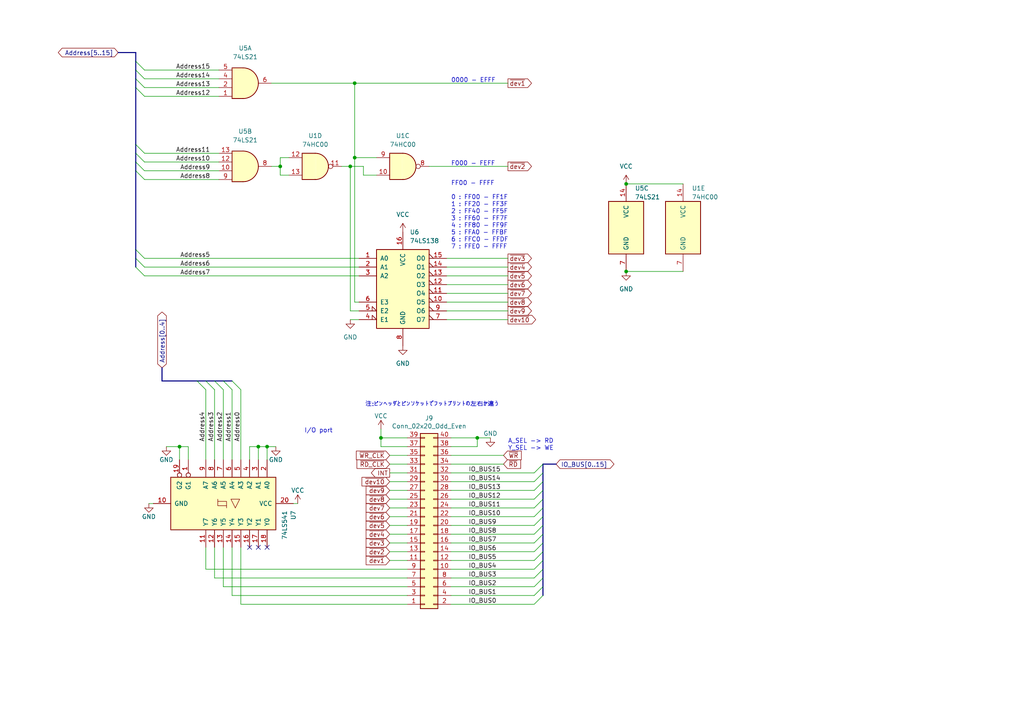
<source format=kicad_sch>
(kicad_sch (version 20211123) (generator eeschema)
  (paper "A4")
  (lib_symbols
    (symbol "74xx:74HC00" (pin_names (offset 1.016))
      (property "Reference" "U" (at 0 1.27 0))
      (property "Value" "74HC00" (at 0 -1.27 0))
      (symbol "74HC00_1_1"
        (arc (start 0 -3.81) (mid 3.81 0) (end 0 3.81) (stroke (width 0.254)) (fill (type background)))
        (polyline (pts (xy 0 3.81) (xy -3.81 3.81) (xy -3.81 -3.81) (xy 0 -3.81)) (stroke (width 0.254)) (fill (type background)))
        (pin input line (at -7.62 2.54 0) (length 3.81) (name "~") (number "1"))
        (pin input line (at -7.62 -2.54 0) (length 3.81) (name "~") (number "2"))
        (pin output inverted (at 7.62 0 180) (length 3.81) (name "~") (number "3"))
      )
      (symbol "74HC00_1_2"
        (arc (start -3.81 -3.81) (mid -2.589 0) (end -3.81 3.81) (stroke (width 0.254)))
        (arc (start -0.6096 -3.81) (mid 2.1842 -2.5851) (end 3.81 0) (stroke (width 0.254)) (fill (type background)))
        (polyline (pts (xy -3.81 -3.81) (xy -0.635 -3.81)) (stroke (width 0.254)) (fill (type background)))
        (polyline (pts (xy -3.81 3.81) (xy -0.635 3.81)) (stroke (width 0.254)) (fill (type background)))
        (polyline (pts (xy -0.635 3.81) (xy -3.81 3.81) (xy -3.81 3.81) (xy -3.556 3.4036) (xy -3.0226 2.2606) (xy -2.6924 1.0414) (xy -2.6162 -0.254) (xy -2.7686 -1.4986) (xy -3.175 -2.7178) (xy -3.81 -3.81) (xy -3.81 -3.81) (xy -0.635 -3.81)) (stroke (width -25.4)) (fill (type background)))
        (arc (start 3.81 0) (mid 2.1915 2.5936) (end -0.6096 3.81) (stroke (width 0.254)) (fill (type background)))
        (pin input inverted (at -7.62 2.54 0) (length 4.318) (name "~") (number "1"))
        (pin input inverted (at -7.62 -2.54 0) (length 4.318) (name "~") (number "2"))
        (pin output line (at 7.62 0 180) (length 3.81) (name "~") (number "3"))
      )
      (symbol "74HC00_2_1"
        (arc (start 0 -3.81) (mid 3.81 0) (end 0 3.81) (stroke (width 0.254)) (fill (type background)))
        (polyline (pts (xy 0 3.81) (xy -3.81 3.81) (xy -3.81 -3.81) (xy 0 -3.81)) (stroke (width 0.254)) (fill (type background)))
        (pin input line (at -7.62 2.54 0) (length 3.81) (name "~") (number "4"))
        (pin input line (at -7.62 -2.54 0) (length 3.81) (name "~") (number "5"))
        (pin output inverted (at 7.62 0 180) (length 3.81) (name "~") (number "6"))
      )
      (symbol "74HC00_2_2"
        (arc (start -3.81 -3.81) (mid -2.589 0) (end -3.81 3.81) (stroke (width 0.254)))
        (arc (start -0.6096 -3.81) (mid 2.1842 -2.5851) (end 3.81 0) (stroke (width 0.254)) (fill (type background)))
        (polyline (pts (xy -3.81 -3.81) (xy -0.635 -3.81)) (stroke (width 0.254)) (fill (type background)))
        (polyline (pts (xy -3.81 3.81) (xy -0.635 3.81)) (stroke (width 0.254)) (fill (type background)))
        (polyline (pts (xy -0.635 3.81) (xy -3.81 3.81) (xy -3.81 3.81) (xy -3.556 3.4036) (xy -3.0226 2.2606) (xy -2.6924 1.0414) (xy -2.6162 -0.254) (xy -2.7686 -1.4986) (xy -3.175 -2.7178) (xy -3.81 -3.81) (xy -3.81 -3.81) (xy -0.635 -3.81)) (stroke (width -25.4)) (fill (type background)))
        (arc (start 3.81 0) (mid 2.1915 2.5936) (end -0.6096 3.81) (stroke (width 0.254)) (fill (type background)))
        (pin input inverted (at -7.62 2.54 0) (length 4.318) (name "~") (number "4"))
        (pin input inverted (at -7.62 -2.54 0) (length 4.318) (name "~") (number "5"))
        (pin output line (at 7.62 0 180) (length 3.81) (name "~") (number "6"))
      )
      (symbol "74HC00_3_1"
        (arc (start 0 -3.81) (mid 3.81 0) (end 0 3.81) (stroke (width 0.254)) (fill (type background)))
        (polyline (pts (xy 0 3.81) (xy -3.81 3.81) (xy -3.81 -3.81) (xy 0 -3.81)) (stroke (width 0.254)) (fill (type background)))
        (pin input line (at -7.62 -2.54 0) (length 3.81) (name "~") (number "10"))
        (pin output inverted (at 7.62 0 180) (length 3.81) (name "~") (number "8"))
        (pin input line (at -7.62 2.54 0) (length 3.81) (name "~") (number "9"))
      )
      (symbol "74HC00_3_2"
        (arc (start -3.81 -3.81) (mid -2.589 0) (end -3.81 3.81) (stroke (width 0.254)))
        (arc (start -0.6096 -3.81) (mid 2.1842 -2.5851) (end 3.81 0) (stroke (width 0.254)) (fill (type background)))
        (polyline (pts (xy -3.81 -3.81) (xy -0.635 -3.81)) (stroke (width 0.254)) (fill (type background)))
        (polyline (pts (xy -3.81 3.81) (xy -0.635 3.81)) (stroke (width 0.254)) (fill (type background)))
        (polyline (pts (xy -0.635 3.81) (xy -3.81 3.81) (xy -3.81 3.81) (xy -3.556 3.4036) (xy -3.0226 2.2606) (xy -2.6924 1.0414) (xy -2.6162 -0.254) (xy -2.7686 -1.4986) (xy -3.175 -2.7178) (xy -3.81 -3.81) (xy -3.81 -3.81) (xy -0.635 -3.81)) (stroke (width -25.4)) (fill (type background)))
        (arc (start 3.81 0) (mid 2.1915 2.5936) (end -0.6096 3.81) (stroke (width 0.254)) (fill (type background)))
        (pin input inverted (at -7.62 -2.54 0) (length 4.318) (name "~") (number "10"))
        (pin output line (at 7.62 0 180) (length 3.81) (name "~") (number "8"))
        (pin input inverted (at -7.62 2.54 0) (length 4.318) (name "~") (number "9"))
      )
      (symbol "74HC00_4_1"
        (arc (start 0 -3.81) (mid 3.81 0) (end 0 3.81) (stroke (width 0.254)) (fill (type background)))
        (polyline (pts (xy 0 3.81) (xy -3.81 3.81) (xy -3.81 -3.81) (xy 0 -3.81)) (stroke (width 0.254)) (fill (type background)))
        (pin output inverted (at 7.62 0 180) (length 3.81) (name "~") (number "11"))
        (pin input line (at -7.62 2.54 0) (length 3.81) (name "~") (number "12"))
        (pin input line (at -7.62 -2.54 0) (length 3.81) (name "~") (number "13"))
      )
      (symbol "74HC00_4_2"
        (arc (start -3.81 -3.81) (mid -2.589 0) (end -3.81 3.81) (stroke (width 0.254)))
        (arc (start -0.6096 -3.81) (mid 2.1842 -2.5851) (end 3.81 0) (stroke (width 0.254)) (fill (type background)))
        (polyline (pts (xy -3.81 -3.81) (xy -0.635 -3.81)) (stroke (width 0.254)) (fill (type background)))
        (polyline (pts (xy -3.81 3.81) (xy -0.635 3.81)) (stroke (width 0.254)) (fill (type background)))
        (polyline (pts (xy -0.635 3.81) (xy -3.81 3.81) (xy -3.81 3.81) (xy -3.556 3.4036) (xy -3.0226 2.2606) (xy -2.6924 1.0414) (xy -2.6162 -0.254) (xy -2.7686 -1.4986) (xy -3.175 -2.7178) (xy -3.81 -3.81) (xy -3.81 -3.81) (xy -0.635 -3.81)) (stroke (width -25.4)) (fill (type background)))
        (arc (start 3.81 0) (mid 2.1915 2.5936) (end -0.6096 3.81) (stroke (width 0.254)) (fill (type background)))
        (pin output line (at 7.62 0 180) (length 3.81) (name "~") (number "11"))
        (pin input inverted (at -7.62 2.54 0) (length 4.318) (name "~") (number "12"))
        (pin input inverted (at -7.62 -2.54 0) (length 4.318) (name "~") (number "13"))
      )
      (symbol "74HC00_5_0"
        (pin power_in line (at 0 12.7 270) (length 5.08) (name "VCC") (number "14"))
        (pin power_in line (at 0 -12.7 90) (length 5.08) (name "GND") (number "7"))
      )
      (symbol "74HC00_5_1"
        (rectangle (start -5.08 7.62) (end 5.08 -7.62) (stroke (width 0.254)) (fill (type background)))
      )
    )
    (symbol "74xx:74LS138" (pin_names (offset 1.016))
      (property "Reference" "U" (at -7.62 11.43 0))
      (property "Value" "74LS138" (at -7.62 -13.97 0))
      (symbol "74LS138_1_0"
        (pin input line (at -12.7 7.62 0) (length 5.08) (name "A0") (number "1"))
        (pin output output_low (at 12.7 -5.08 180) (length 5.08) (name "O5") (number "10"))
        (pin output output_low (at 12.7 -2.54 180) (length 5.08) (name "O4") (number "11"))
        (pin output output_low (at 12.7 0 180) (length 5.08) (name "O3") (number "12"))
        (pin output output_low (at 12.7 2.54 180) (length 5.08) (name "O2") (number "13"))
        (pin output output_low (at 12.7 5.08 180) (length 5.08) (name "O1") (number "14"))
        (pin output output_low (at 12.7 7.62 180) (length 5.08) (name "O0") (number "15"))
        (pin power_in line (at 0 15.24 270) (length 5.08) (name "VCC") (number "16"))
        (pin input line (at -12.7 5.08 0) (length 5.08) (name "A1") (number "2"))
        (pin input line (at -12.7 2.54 0) (length 5.08) (name "A2") (number "3"))
        (pin input input_low (at -12.7 -10.16 0) (length 5.08) (name "E1") (number "4"))
        (pin input input_low (at -12.7 -7.62 0) (length 5.08) (name "E2") (number "5"))
        (pin input line (at -12.7 -5.08 0) (length 5.08) (name "E3") (number "6"))
        (pin output output_low (at 12.7 -10.16 180) (length 5.08) (name "O7") (number "7"))
        (pin power_in line (at 0 -17.78 90) (length 5.08) (name "GND") (number "8"))
        (pin output output_low (at 12.7 -7.62 180) (length 5.08) (name "O6") (number "9"))
      )
      (symbol "74LS138_1_1"
        (rectangle (start -7.62 10.16) (end 7.62 -12.7) (stroke (width 0.254)) (fill (type background)))
      )
    )
    (symbol "74xx:74LS21" (pin_names (offset 1.016))
      (property "Reference" "U" (at 0 1.27 0))
      (property "Value" "74LS21" (at 0 -1.27 0))
      (symbol "74LS21_1_1"
        (arc (start -0.635 -4.445) (mid 3.81 0) (end -0.635 4.445) (stroke (width 0.254)) (fill (type background)))
        (polyline (pts (xy -0.635 4.445) (xy -3.81 4.445) (xy -3.81 -4.445) (xy -0.635 -4.445)) (stroke (width 0.254)) (fill (type background)))
        (pin input line (at -7.62 3.81 0) (length 3.81) (name "~") (number "1"))
        (pin input line (at -7.62 1.27 0) (length 3.81) (name "~") (number "2"))
        (pin input line (at -7.62 -1.27 0) (length 3.81) (name "~") (number "4"))
        (pin input line (at -7.62 -3.81 0) (length 3.81) (name "~") (number "5"))
        (pin output line (at 7.62 0 180) (length 3.81) (name "~") (number "6"))
      )
      (symbol "74LS21_1_2"
        (arc (start -3.81 -4.445) (mid -2.5908 0) (end -3.81 4.445) (stroke (width 0.254)))
        (arc (start -0.6096 -4.445) (mid 2.2246 -2.8422) (end 3.81 0) (stroke (width 0.254)) (fill (type background)))
        (polyline (pts (xy -3.81 -4.445) (xy -0.635 -4.445)) (stroke (width 0.254)) (fill (type background)))
        (polyline (pts (xy -3.81 4.445) (xy -0.635 4.445)) (stroke (width 0.254)) (fill (type background)))
        (polyline (pts (xy -0.635 4.445) (xy -3.81 4.445) (xy -3.81 4.445) (xy -3.6322 4.0894) (xy -3.0988 2.921) (xy -2.7686 1.6764) (xy -2.6162 0.4318) (xy -2.6416 -0.8636) (xy -2.8702 -2.1082) (xy -3.2512 -3.3274) (xy -3.81 -4.445) (xy -3.81 -4.445) (xy -0.635 -4.445)) (stroke (width -25.4)) (fill (type background)))
        (arc (start 3.81 0) (mid 2.2204 2.8379) (end -0.6096 4.445) (stroke (width 0.254)) (fill (type background)))
        (pin input inverted (at -7.62 3.81 0) (length 3.81) (name "~") (number "1"))
        (pin input inverted (at -7.62 1.27 0) (length 4.826) (name "~") (number "2"))
        (pin input inverted (at -7.62 -1.27 0) (length 4.826) (name "~") (number "4"))
        (pin input inverted (at -7.62 -3.81 0) (length 3.81) (name "~") (number "5"))
        (pin output inverted (at 7.62 0 180) (length 3.81) (name "~") (number "6"))
      )
      (symbol "74LS21_2_1"
        (arc (start -0.635 -4.445) (mid 3.81 0) (end -0.635 4.445) (stroke (width 0.254)) (fill (type background)))
        (polyline (pts (xy -0.635 4.445) (xy -3.81 4.445) (xy -3.81 -4.445) (xy -0.635 -4.445)) (stroke (width 0.254)) (fill (type background)))
        (pin input line (at -7.62 1.27 0) (length 3.81) (name "~") (number "10"))
        (pin input line (at -7.62 -1.27 0) (length 3.81) (name "~") (number "12"))
        (pin input line (at -7.62 -3.81 0) (length 3.81) (name "~") (number "13"))
        (pin output line (at 7.62 0 180) (length 3.81) (name "~") (number "8"))
        (pin input line (at -7.62 3.81 0) (length 3.81) (name "~") (number "9"))
      )
      (symbol "74LS21_2_2"
        (arc (start -3.81 -4.445) (mid -2.5908 0) (end -3.81 4.445) (stroke (width 0.254)))
        (arc (start -0.6096 -4.445) (mid 2.2246 -2.8422) (end 3.81 0) (stroke (width 0.254)) (fill (type background)))
        (polyline (pts (xy -3.81 -4.445) (xy -0.635 -4.445)) (stroke (width 0.254)) (fill (type background)))
        (polyline (pts (xy -3.81 4.445) (xy -0.635 4.445)) (stroke (width 0.254)) (fill (type background)))
        (polyline (pts (xy -0.635 4.445) (xy -3.81 4.445) (xy -3.81 4.445) (xy -3.6322 4.0894) (xy -3.0988 2.921) (xy -2.7686 1.6764) (xy -2.6162 0.4318) (xy -2.6416 -0.8636) (xy -2.8702 -2.1082) (xy -3.2512 -3.3274) (xy -3.81 -4.445) (xy -3.81 -4.445) (xy -0.635 -4.445)) (stroke (width -25.4)) (fill (type background)))
        (arc (start 3.81 0) (mid 2.2204 2.8379) (end -0.6096 4.445) (stroke (width 0.254)) (fill (type background)))
        (pin input inverted (at -7.62 1.27 0) (length 4.826) (name "~") (number "10"))
        (pin input inverted (at -7.62 -1.27 0) (length 4.826) (name "~") (number "12"))
        (pin input inverted (at -7.62 -3.81 0) (length 3.81) (name "~") (number "13"))
        (pin output inverted (at 7.62 0 180) (length 3.81) (name "~") (number "8"))
        (pin input inverted (at -7.62 3.81 0) (length 3.81) (name "~") (number "9"))
      )
      (symbol "74LS21_3_0"
        (pin power_in line (at 0 12.7 270) (length 5.08) (name "VCC") (number "14"))
        (pin power_in line (at 0 -12.7 90) (length 5.08) (name "GND") (number "7"))
      )
      (symbol "74LS21_3_1"
        (rectangle (start -5.08 7.62) (end 5.08 -7.62) (stroke (width 0.254)) (fill (type background)))
      )
    )
    (symbol "74xx:74LS541" (pin_names (offset 1.016))
      (property "Reference" "U" (at -7.62 16.51 0))
      (property "Value" "74LS541" (at -7.62 -16.51 0))
      (symbol "74LS541_1_0"
        (polyline (pts (xy -0.635 -1.6002) (xy -0.635 0.9398) (xy 0.635 0.9398)))
        (polyline (pts (xy -1.27 -1.6002) (xy 0.635 -1.6002) (xy 0.635 0.9398) (xy 1.27 0.9398)))
        (polyline (pts (xy 1.27 3.4798) (xy -1.27 4.7498) (xy -1.27 2.2098) (xy 1.27 3.4798)) (stroke (width 0.1524)))
        (pin input inverted (at -12.7 -10.16 0) (length 5.08) (name "G1") (number "1"))
        (pin power_in line (at 0 -20.32 90) (length 5.08) (name "GND") (number "10"))
        (pin tri_state line (at 12.7 -5.08 180) (length 5.08) (name "Y7") (number "11"))
        (pin tri_state line (at 12.7 -2.54 180) (length 5.08) (name "Y6") (number "12"))
        (pin tri_state line (at 12.7 0 180) (length 5.08) (name "Y5") (number "13"))
        (pin tri_state line (at 12.7 2.54 180) (length 5.08) (name "Y4") (number "14"))
        (pin tri_state line (at 12.7 5.08 180) (length 5.08) (name "Y3") (number "15"))
        (pin tri_state line (at 12.7 7.62 180) (length 5.08) (name "Y2") (number "16"))
        (pin tri_state line (at 12.7 10.16 180) (length 5.08) (name "Y1") (number "17"))
        (pin tri_state line (at 12.7 12.7 180) (length 5.08) (name "Y0") (number "18"))
        (pin input inverted (at -12.7 -12.7 0) (length 5.08) (name "G2") (number "19"))
        (pin input line (at -12.7 12.7 0) (length 5.08) (name "A0") (number "2"))
        (pin power_in line (at 0 20.32 270) (length 5.08) (name "VCC") (number "20"))
        (pin input line (at -12.7 10.16 0) (length 5.08) (name "A1") (number "3"))
        (pin input line (at -12.7 7.62 0) (length 5.08) (name "A2") (number "4"))
        (pin input line (at -12.7 5.08 0) (length 5.08) (name "A3") (number "5"))
        (pin input line (at -12.7 2.54 0) (length 5.08) (name "A4") (number "6"))
        (pin input line (at -12.7 0 0) (length 5.08) (name "A5") (number "7"))
        (pin input line (at -12.7 -2.54 0) (length 5.08) (name "A6") (number "8"))
        (pin input line (at -12.7 -5.08 0) (length 5.08) (name "A7") (number "9"))
      )
      (symbol "74LS541_1_1"
        (rectangle (start -7.62 15.24) (end 7.62 -15.24) (stroke (width 0.254)) (fill (type background)))
      )
    )
    (symbol "Connector_Generic:Conn_02x20_Odd_Even" (pin_names (offset 1.016) hide)
      (property "Reference" "J" (at 1.27 25.4 0))
      (property "Value" "Conn_02x20_Odd_Even" (at 1.27 -27.94 0))
      (symbol "Conn_02x20_Odd_Even_1_1"
        (rectangle (start -1.27 -25.273) (end 0 -25.527) (stroke (width 0.1524)))
        (rectangle (start -1.27 -22.733) (end 0 -22.987) (stroke (width 0.1524)))
        (rectangle (start -1.27 -20.193) (end 0 -20.447) (stroke (width 0.1524)))
        (rectangle (start -1.27 -17.653) (end 0 -17.907) (stroke (width 0.1524)))
        (rectangle (start -1.27 -15.113) (end 0 -15.367) (stroke (width 0.1524)))
        (rectangle (start -1.27 -12.573) (end 0 -12.827) (stroke (width 0.1524)))
        (rectangle (start -1.27 -10.033) (end 0 -10.287) (stroke (width 0.1524)))
        (rectangle (start -1.27 -7.493) (end 0 -7.747) (stroke (width 0.1524)))
        (rectangle (start -1.27 -4.953) (end 0 -5.207) (stroke (width 0.1524)))
        (rectangle (start -1.27 -2.413) (end 0 -2.667) (stroke (width 0.1524)))
        (rectangle (start -1.27 0.127) (end 0 -0.127) (stroke (width 0.1524)))
        (rectangle (start -1.27 2.667) (end 0 2.413) (stroke (width 0.1524)))
        (rectangle (start -1.27 5.207) (end 0 4.953) (stroke (width 0.1524)))
        (rectangle (start -1.27 7.747) (end 0 7.493) (stroke (width 0.1524)))
        (rectangle (start -1.27 10.287) (end 0 10.033) (stroke (width 0.1524)))
        (rectangle (start -1.27 12.827) (end 0 12.573) (stroke (width 0.1524)))
        (rectangle (start -1.27 15.367) (end 0 15.113) (stroke (width 0.1524)))
        (rectangle (start -1.27 17.907) (end 0 17.653) (stroke (width 0.1524)))
        (rectangle (start -1.27 20.447) (end 0 20.193) (stroke (width 0.1524)))
        (rectangle (start -1.27 22.987) (end 0 22.733) (stroke (width 0.1524)))
        (rectangle (start -1.27 24.13) (end 3.81 -26.67) (stroke (width 0.254)) (fill (type background)))
        (rectangle (start 3.81 -25.273) (end 2.54 -25.527) (stroke (width 0.1524)))
        (rectangle (start 3.81 -22.733) (end 2.54 -22.987) (stroke (width 0.1524)))
        (rectangle (start 3.81 -20.193) (end 2.54 -20.447) (stroke (width 0.1524)))
        (rectangle (start 3.81 -17.653) (end 2.54 -17.907) (stroke (width 0.1524)))
        (rectangle (start 3.81 -15.113) (end 2.54 -15.367) (stroke (width 0.1524)))
        (rectangle (start 3.81 -12.573) (end 2.54 -12.827) (stroke (width 0.1524)))
        (rectangle (start 3.81 -10.033) (end 2.54 -10.287) (stroke (width 0.1524)))
        (rectangle (start 3.81 -7.493) (end 2.54 -7.747) (stroke (width 0.1524)))
        (rectangle (start 3.81 -4.953) (end 2.54 -5.207) (stroke (width 0.1524)))
        (rectangle (start 3.81 -2.413) (end 2.54 -2.667) (stroke (width 0.1524)))
        (rectangle (start 3.81 0.127) (end 2.54 -0.127) (stroke (width 0.1524)))
        (rectangle (start 3.81 2.667) (end 2.54 2.413) (stroke (width 0.1524)))
        (rectangle (start 3.81 5.207) (end 2.54 4.953) (stroke (width 0.1524)))
        (rectangle (start 3.81 7.747) (end 2.54 7.493) (stroke (width 0.1524)))
        (rectangle (start 3.81 10.287) (end 2.54 10.033) (stroke (width 0.1524)))
        (rectangle (start 3.81 12.827) (end 2.54 12.573) (stroke (width 0.1524)))
        (rectangle (start 3.81 15.367) (end 2.54 15.113) (stroke (width 0.1524)))
        (rectangle (start 3.81 17.907) (end 2.54 17.653) (stroke (width 0.1524)))
        (rectangle (start 3.81 20.447) (end 2.54 20.193) (stroke (width 0.1524)))
        (rectangle (start 3.81 22.987) (end 2.54 22.733) (stroke (width 0.1524)))
        (pin passive line (at -5.08 22.86 0) (length 3.81) (name "Pin_1") (number "1"))
        (pin passive line (at 7.62 12.7 180) (length 3.81) (name "Pin_10") (number "10"))
        (pin passive line (at -5.08 10.16 0) (length 3.81) (name "Pin_11") (number "11"))
        (pin passive line (at 7.62 10.16 180) (length 3.81) (name "Pin_12") (number "12"))
        (pin passive line (at -5.08 7.62 0) (length 3.81) (name "Pin_13") (number "13"))
        (pin passive line (at 7.62 7.62 180) (length 3.81) (name "Pin_14") (number "14"))
        (pin passive line (at -5.08 5.08 0) (length 3.81) (name "Pin_15") (number "15"))
        (pin passive line (at 7.62 5.08 180) (length 3.81) (name "Pin_16") (number "16"))
        (pin passive line (at -5.08 2.54 0) (length 3.81) (name "Pin_17") (number "17"))
        (pin passive line (at 7.62 2.54 180) (length 3.81) (name "Pin_18") (number "18"))
        (pin passive line (at -5.08 0 0) (length 3.81) (name "Pin_19") (number "19"))
        (pin passive line (at 7.62 22.86 180) (length 3.81) (name "Pin_2") (number "2"))
        (pin passive line (at 7.62 0 180) (length 3.81) (name "Pin_20") (number "20"))
        (pin passive line (at -5.08 -2.54 0) (length 3.81) (name "Pin_21") (number "21"))
        (pin passive line (at 7.62 -2.54 180) (length 3.81) (name "Pin_22") (number "22"))
        (pin passive line (at -5.08 -5.08 0) (length 3.81) (name "Pin_23") (number "23"))
        (pin passive line (at 7.62 -5.08 180) (length 3.81) (name "Pin_24") (number "24"))
        (pin passive line (at -5.08 -7.62 0) (length 3.81) (name "Pin_25") (number "25"))
        (pin passive line (at 7.62 -7.62 180) (length 3.81) (name "Pin_26") (number "26"))
        (pin passive line (at -5.08 -10.16 0) (length 3.81) (name "Pin_27") (number "27"))
        (pin passive line (at 7.62 -10.16 180) (length 3.81) (name "Pin_28") (number "28"))
        (pin passive line (at -5.08 -12.7 0) (length 3.81) (name "Pin_29") (number "29"))
        (pin passive line (at -5.08 20.32 0) (length 3.81) (name "Pin_3") (number "3"))
        (pin passive line (at 7.62 -12.7 180) (length 3.81) (name "Pin_30") (number "30"))
        (pin passive line (at -5.08 -15.24 0) (length 3.81) (name "Pin_31") (number "31"))
        (pin passive line (at 7.62 -15.24 180) (length 3.81) (name "Pin_32") (number "32"))
        (pin passive line (at -5.08 -17.78 0) (length 3.81) (name "Pin_33") (number "33"))
        (pin passive line (at 7.62 -17.78 180) (length 3.81) (name "Pin_34") (number "34"))
        (pin passive line (at -5.08 -20.32 0) (length 3.81) (name "Pin_35") (number "35"))
        (pin passive line (at 7.62 -20.32 180) (length 3.81) (name "Pin_36") (number "36"))
        (pin passive line (at -5.08 -22.86 0) (length 3.81) (name "Pin_37") (number "37"))
        (pin passive line (at 7.62 -22.86 180) (length 3.81) (name "Pin_38") (number "38"))
        (pin passive line (at -5.08 -25.4 0) (length 3.81) (name "Pin_39") (number "39"))
        (pin passive line (at 7.62 20.32 180) (length 3.81) (name "Pin_4") (number "4"))
        (pin passive line (at 7.62 -25.4 180) (length 3.81) (name "Pin_40") (number "40"))
        (pin passive line (at -5.08 17.78 0) (length 3.81) (name "Pin_5") (number "5"))
        (pin passive line (at 7.62 17.78 180) (length 3.81) (name "Pin_6") (number "6"))
        (pin passive line (at -5.08 15.24 0) (length 3.81) (name "Pin_7") (number "7"))
        (pin passive line (at 7.62 15.24 180) (length 3.81) (name "Pin_8") (number "8"))
        (pin passive line (at -5.08 12.7 0) (length 3.81) (name "Pin_9") (number "9"))
      )
    )
    (symbol "power:GND" (power) (pin_names (offset 0))
      (property "Value" "GND" (at 0 -3.81 0))
      (symbol "GND_0_1"
        (polyline (pts (xy 0 0) (xy 0 -1.27) (xy 1.27 -1.27) (xy 0 -2.54) (xy -1.27 -1.27) (xy 0 -1.27)))
      )
      (symbol "GND_1_1"
        (pin power_in line (at 0 0 270) (length 0) hide (name "GND") (number "1"))
      )
    )
    (symbol "power:VCC" (power) (pin_names (offset 0))
      (property "Value" "VCC" (at 0 3.81 0))
      (symbol "VCC_0_1"
        (polyline (pts (xy -0.762 1.27) (xy 0 2.54)))
        (polyline (pts (xy 0 0) (xy 0 2.54)))
        (polyline (pts (xy 0 2.54) (xy 0.762 1.27)))
      )
      (symbol "VCC_1_1"
        (pin power_in line (at 0 0 90) (length 0) hide (name "VCC") (number "1"))
      )
    )
  )
  (junction (at 102.87 45.72))
  (junction (at 181.61 53.34))
  (junction (at 110.49 127))
  (junction (at 74.93 129.54))
  (junction (at 52.07 129.54))
  (junction (at 102.87 24.13))
  (junction (at 77.47 129.54))
  (junction (at 101.6 48.26))
  (junction (at 138.43 127))
  (junction (at 181.61 78.74))
  (junction (at 81.28 48.26))
  (no_connect (at 72.39 158.75))
  (no_connect (at 74.93 158.75))
  (no_connect (at 77.47 158.75))
  (bus_entry (at 39.37 72.39) (size 2.54 2.54))
  (bus_entry (at 157.48 162.56) (size -2.54 2.54))
  (bus_entry (at 57.15 110.49) (size 2.54 2.54))
  (bus_entry (at 157.48 154.94) (size -2.54 2.54))
  (bus_entry (at 157.48 149.86) (size -2.54 2.54))
  (bus_entry (at 157.48 144.78) (size -2.54 2.54))
  (bus_entry (at 157.48 142.24) (size -2.54 2.54))
  (bus_entry (at 39.37 44.45) (size 2.54 2.54))
  (bus_entry (at 62.23 110.49) (size 2.54 2.54))
  (bus_entry (at 39.37 41.91) (size 2.54 2.54))
  (bus_entry (at 39.37 46.99) (size 2.54 2.54))
  (bus_entry (at 157.48 137.16) (size -2.54 2.54))
  (bus_entry (at 39.37 49.53) (size 2.54 2.54))
  (bus_entry (at 157.48 172.72) (size -2.54 2.54))
  (bus_entry (at 39.37 77.47) (size 2.54 2.54))
  (bus_entry (at 157.48 152.4) (size -2.54 2.54))
  (bus_entry (at 157.48 160.02) (size -2.54 2.54))
  (bus_entry (at 157.48 134.62) (size -2.54 2.54))
  (bus_entry (at 157.48 165.1) (size -2.54 2.54))
  (bus_entry (at 64.77 110.49) (size 2.54 2.54))
  (bus_entry (at 39.37 25.4) (size 2.54 2.54))
  (bus_entry (at 157.48 147.32) (size -2.54 2.54))
  (bus_entry (at 39.37 22.86) (size 2.54 2.54))
  (bus_entry (at 39.37 20.32) (size 2.54 2.54))
  (bus_entry (at 39.37 17.78) (size 2.54 2.54))
  (bus_entry (at 157.48 157.48) (size -2.54 2.54))
  (bus_entry (at 157.48 139.7) (size -2.54 2.54))
  (bus_entry (at 39.37 74.93) (size 2.54 2.54))
  (bus_entry (at 59.69 110.49) (size 2.54 2.54))
  (bus_entry (at 67.31 110.49) (size 2.54 2.54))
  (bus_entry (at 157.48 167.64) (size -2.54 2.54))
  (bus_entry (at 157.48 170.18) (size -2.54 2.54))
  (wire (pts (xy 129.54 87.63) (xy 147.32 87.63)))
  (wire (pts (xy 113.03 139.7) (xy 118.11 139.7)))
  (wire (pts (xy 146.05 132.08) (xy 130.81 132.08)))
  (wire (pts (xy 154.94 147.32) (xy 130.81 147.32)))
  (wire (pts (xy 86.36 146.05) (xy 85.09 146.05)))
  (wire (pts (xy 154.94 154.94) (xy 130.81 154.94)))
  (wire (pts (xy 99.06 48.26) (xy 101.6 48.26)))
  (bus (pts (xy 157.48 134.62) (xy 157.48 137.16)))
  (wire (pts (xy 59.69 113.03) (xy 59.69 133.35)))
  (wire (pts (xy 83.82 50.8) (xy 81.28 50.8)))
  (wire (pts (xy 67.31 113.03) (xy 67.31 133.35)))
  (bus (pts (xy 157.48 139.7) (xy 157.48 142.24)))
  (wire (pts (xy 41.91 25.4) (xy 63.5 25.4)))
  (wire (pts (xy 81.28 48.26) (xy 81.28 45.72)))
  (wire (pts (xy 154.94 157.48) (xy 130.81 157.48)))
  (wire (pts (xy 181.61 78.74) (xy 198.12 78.74)))
  (bus (pts (xy 39.37 49.53) (xy 39.37 46.99)))
  (wire (pts (xy 113.03 144.78) (xy 118.11 144.78)))
  (wire (pts (xy 138.43 129.54) (xy 130.81 129.54)))
  (bus (pts (xy 157.48 165.1) (xy 157.48 167.64)))
  (wire (pts (xy 74.93 129.54) (xy 74.93 133.35)))
  (wire (pts (xy 69.85 175.26) (xy 69.85 158.75)))
  (wire (pts (xy 118.11 129.54) (xy 110.49 129.54)))
  (bus (pts (xy 39.37 25.4) (xy 39.37 22.86)))
  (wire (pts (xy 41.91 27.94) (xy 63.5 27.94)))
  (wire (pts (xy 113.03 154.94) (xy 118.11 154.94)))
  (wire (pts (xy 154.94 172.72) (xy 130.81 172.72)))
  (bus (pts (xy 157.48 152.4) (xy 157.48 154.94)))
  (wire (pts (xy 129.54 77.47) (xy 147.32 77.47)))
  (wire (pts (xy 78.74 48.26) (xy 81.28 48.26)))
  (bus (pts (xy 157.48 162.56) (xy 157.48 165.1)))
  (bus (pts (xy 157.48 137.16) (xy 157.48 139.7)))
  (bus (pts (xy 157.48 144.78) (xy 157.48 147.32)))
  (wire (pts (xy 59.69 158.75) (xy 59.69 165.1)))
  (bus (pts (xy 64.77 110.49) (xy 67.31 110.49)))
  (wire (pts (xy 77.47 129.54) (xy 77.47 133.35)))
  (bus (pts (xy 46.99 110.49) (xy 57.15 110.49)))
  (bus (pts (xy 157.48 167.64) (xy 157.48 170.18)))
  (wire (pts (xy 59.69 165.1) (xy 118.11 165.1)))
  (bus (pts (xy 62.23 110.49) (xy 64.77 110.49)))
  (wire (pts (xy 138.43 127) (xy 130.81 127)))
  (wire (pts (xy 154.94 137.16) (xy 130.81 137.16)))
  (wire (pts (xy 41.91 80.01) (xy 104.14 80.01)))
  (wire (pts (xy 81.28 45.72) (xy 83.82 45.72)))
  (wire (pts (xy 41.91 52.07) (xy 63.5 52.07)))
  (wire (pts (xy 154.94 165.1) (xy 130.81 165.1)))
  (wire (pts (xy 64.77 113.03) (xy 64.77 133.35)))
  (wire (pts (xy 62.23 167.64) (xy 118.11 167.64)))
  (wire (pts (xy 62.23 113.03) (xy 62.23 133.35)))
  (wire (pts (xy 41.91 49.53) (xy 63.5 49.53)))
  (wire (pts (xy 129.54 92.71) (xy 147.32 92.71)))
  (wire (pts (xy 64.77 170.18) (xy 64.77 158.75)))
  (wire (pts (xy 113.03 157.48) (xy 118.11 157.48)))
  (wire (pts (xy 54.61 129.54) (xy 54.61 133.35)))
  (wire (pts (xy 41.91 74.93) (xy 104.14 74.93)))
  (wire (pts (xy 138.43 127) (xy 138.43 129.54)))
  (wire (pts (xy 67.31 172.72) (xy 67.31 158.75)))
  (bus (pts (xy 39.37 17.78) (xy 39.37 15.24)))
  (bus (pts (xy 157.48 160.02) (xy 157.48 162.56)))
  (wire (pts (xy 146.05 134.62) (xy 130.81 134.62)))
  (wire (pts (xy 104.14 90.17) (xy 101.6 90.17)))
  (wire (pts (xy 102.87 24.13) (xy 147.32 24.13)))
  (bus (pts (xy 39.37 72.39) (xy 39.37 49.53)))
  (wire (pts (xy 129.54 74.93) (xy 147.32 74.93)))
  (wire (pts (xy 41.91 46.99) (xy 63.5 46.99)))
  (wire (pts (xy 77.47 129.54) (xy 74.93 129.54)))
  (wire (pts (xy 154.94 142.24) (xy 130.81 142.24)))
  (bus (pts (xy 59.69 110.49) (xy 62.23 110.49)))
  (wire (pts (xy 154.94 139.7) (xy 130.81 139.7)))
  (wire (pts (xy 41.91 20.32) (xy 63.5 20.32)))
  (bus (pts (xy 34.29 15.24) (xy 39.37 15.24)))
  (bus (pts (xy 157.48 157.48) (xy 157.48 160.02)))
  (bus (pts (xy 157.48 154.94) (xy 157.48 157.48)))
  (wire (pts (xy 41.91 44.45) (xy 63.5 44.45)))
  (wire (pts (xy 80.01 129.54) (xy 77.47 129.54)))
  (bus (pts (xy 39.37 74.93) (xy 39.37 72.39)))
  (wire (pts (xy 102.87 24.13) (xy 102.87 45.72)))
  (wire (pts (xy 43.18 146.05) (xy 44.45 146.05)))
  (bus (pts (xy 157.48 142.24) (xy 157.48 144.78)))
  (wire (pts (xy 102.87 45.72) (xy 102.87 87.63)))
  (bus (pts (xy 161.29 134.62) (xy 157.48 134.62)))
  (wire (pts (xy 113.03 162.56) (xy 118.11 162.56)))
  (bus (pts (xy 157.48 149.86) (xy 157.48 152.4)))
  (wire (pts (xy 105.41 50.8) (xy 109.22 50.8)))
  (wire (pts (xy 110.49 124.46) (xy 110.49 127)))
  (wire (pts (xy 52.07 133.35) (xy 52.07 129.54)))
  (wire (pts (xy 102.87 45.72) (xy 109.22 45.72)))
  (wire (pts (xy 113.03 134.62) (xy 118.11 134.62)))
  (wire (pts (xy 154.94 149.86) (xy 130.81 149.86)))
  (wire (pts (xy 81.28 50.8) (xy 81.28 48.26)))
  (bus (pts (xy 157.48 170.18) (xy 157.48 172.72)))
  (wire (pts (xy 113.03 132.08) (xy 118.11 132.08)))
  (wire (pts (xy 67.31 172.72) (xy 118.11 172.72)))
  (wire (pts (xy 78.74 24.13) (xy 102.87 24.13)))
  (wire (pts (xy 54.61 129.54) (xy 52.07 129.54)))
  (wire (pts (xy 113.03 160.02) (xy 118.11 160.02)))
  (wire (pts (xy 154.94 162.56) (xy 130.81 162.56)))
  (wire (pts (xy 69.85 175.26) (xy 118.11 175.26)))
  (wire (pts (xy 129.54 85.09) (xy 147.32 85.09)))
  (wire (pts (xy 110.49 127) (xy 110.49 129.54)))
  (wire (pts (xy 41.91 22.86) (xy 63.5 22.86)))
  (wire (pts (xy 113.03 142.24) (xy 118.11 142.24)))
  (wire (pts (xy 105.41 48.26) (xy 105.41 50.8)))
  (wire (pts (xy 104.14 87.63) (xy 102.87 87.63)))
  (wire (pts (xy 154.94 160.02) (xy 130.81 160.02)))
  (wire (pts (xy 101.6 48.26) (xy 105.41 48.26)))
  (bus (pts (xy 46.99 106.68) (xy 46.99 110.49)))
  (bus (pts (xy 39.37 22.86) (xy 39.37 20.32)))
  (wire (pts (xy 74.93 129.54) (xy 72.39 129.54)))
  (bus (pts (xy 39.37 77.47) (xy 39.37 74.93)))
  (wire (pts (xy 154.94 152.4) (xy 130.81 152.4)))
  (wire (pts (xy 113.03 149.86) (xy 118.11 149.86)))
  (wire (pts (xy 154.94 144.78) (xy 130.81 144.78)))
  (bus (pts (xy 39.37 44.45) (xy 39.37 41.91)))
  (wire (pts (xy 129.54 82.55) (xy 147.32 82.55)))
  (wire (pts (xy 113.03 147.32) (xy 118.11 147.32)))
  (wire (pts (xy 154.94 167.64) (xy 130.81 167.64)))
  (wire (pts (xy 72.39 129.54) (xy 72.39 133.35)))
  (wire (pts (xy 129.54 80.01) (xy 147.32 80.01)))
  (wire (pts (xy 41.91 77.47) (xy 104.14 77.47)))
  (wire (pts (xy 52.07 129.54) (xy 48.26 129.54)))
  (wire (pts (xy 154.94 170.18) (xy 130.81 170.18)))
  (wire (pts (xy 113.03 137.16) (xy 118.11 137.16)))
  (wire (pts (xy 181.61 53.34) (xy 198.12 53.34)))
  (wire (pts (xy 101.6 92.71) (xy 104.14 92.71)))
  (bus (pts (xy 39.37 41.91) (xy 39.37 25.4)))
  (bus (pts (xy 39.37 20.32) (xy 39.37 17.78)))
  (wire (pts (xy 101.6 48.26) (xy 101.6 90.17)))
  (wire (pts (xy 129.54 90.17) (xy 147.32 90.17)))
  (wire (pts (xy 118.11 127) (xy 110.49 127)))
  (bus (pts (xy 39.37 46.99) (xy 39.37 44.45)))
  (wire (pts (xy 62.23 167.64) (xy 62.23 158.75)))
  (wire (pts (xy 142.24 127) (xy 138.43 127)))
  (wire (pts (xy 64.77 170.18) (xy 118.11 170.18)))
  (wire (pts (xy 154.94 175.26) (xy 130.81 175.26)))
  (wire (pts (xy 113.03 152.4) (xy 118.11 152.4)))
  (bus (pts (xy 157.48 147.32) (xy 157.48 149.86)))
  (wire (pts (xy 124.46 48.26) (xy 147.32 48.26)))
  (bus (pts (xy 57.15 110.49) (xy 59.69 110.49)))
  (wire (pts (xy 69.85 113.03) (xy 69.85 133.35)))
  (text "F000 - FEFF" (at 130.81 48.26 0) (effects (font (size 1.27 1.27)) (justify left bottom)))
  (text "A_SEL -> RD\nY_SEL -> WE" (at 147.32 130.81 0) (effects (font (size 1.27 1.27)) (justify left bottom)))
  (text "0000 - EFFF" (at 130.81 24.13 0) (effects (font (size 1.27 1.27)) (justify left bottom)))
  (text "I/O port" (at 96.52 125.73 180) (effects (font (size 1.27 1.27)) (justify right bottom)))
  (text "FF00 - FFFF\n\n0 : FF00 - FF1F\n1 : FF20 - FF3F\n2 : FF40 - FF5F\n3 : FF60 - FF7F\n4 : FF80 - FF9F\n5 : FFA0 - FFBF\n6 : FFC0 - FFDF\n7 : FFE0 - FFFF" (at 130.81 72.39 0) (effects (font (size 1.27 1.27)) (justify left bottom)))
  (text "注:ピンヘッダとピンソケットでフットプリントの左右が違う" (at 144.78 118.11 180) (effects (font (size 1.27 1.27)) (justify right bottom)))
  (label "IO_BUS11" (at 135.89 147.32 0))
  (label "Address12" (at 60.96 27.94 180))
  (label "Address5" (at 60.96 74.93 180))
  (label "Address0" (at 69.85 119.38 270))
  (label "Address8" (at 60.96 52.07 180))
  (label "IO_BUS15" (at 135.89 137.16 0))
  (label "Address7" (at 60.96 80.01 180))
  (label "Address15" (at 60.96 20.32 180))
  (label "IO_BUS3" (at 135.89 167.64 0))
  (label "IO_BUS5" (at 135.89 162.56 0))
  (label "IO_BUS1" (at 135.89 172.72 0))
  (label "Address14" (at 60.96 22.86 180))
  (label "IO_BUS7" (at 135.89 157.48 0))
  (label "IO_BUS14" (at 135.89 139.7 0))
  (label "IO_BUS10" (at 135.89 149.86 0))
  (label "Address4" (at 59.69 119.38 270))
  (label "IO_BUS4" (at 135.89 165.1 0))
  (label "IO_BUS6" (at 135.89 160.02 0))
  (label "IO_BUS9" (at 135.89 152.4 0))
  (label "Address2" (at 64.77 119.38 270))
  (label "IO_BUS8" (at 135.89 154.94 0))
  (label "Address10" (at 60.96 46.99 180))
  (label "Address9" (at 60.96 49.53 180))
  (label "Address11" (at 60.96 44.45 180))
  (label "Address1" (at 67.31 119.38 270))
  (label "Address13" (at 60.96 25.4 180))
  (label "IO_BUS12" (at 135.89 144.78 0))
  (label "Address6" (at 60.96 77.47 180))
  (label "IO_BUS0" (at 135.89 175.26 0))
  (label "Address3" (at 62.23 119.38 270))
  (label "IO_BUS13" (at 135.89 142.24 0))
  (label "IO_BUS2" (at 135.89 170.18 0))
  (global_label "~{dev4}" (shape output) (at 147.32 77.47 0) (property "Intersheet References" "${INTERSHEET_REFS}" (effects hide)))
  (global_label "INT" (shape output) (at 113.03 137.16 180) (property "Intersheet References" "${INTERSHEET_REFS}" (effects hide)))
  (global_label "~{RD}" (shape input) (at 146.05 134.62 0) (property "Intersheet References" "${INTERSHEET_REFS}" (effects hide)))
  (global_label "~{dev8}" (shape output) (at 147.32 87.63 0) (property "Intersheet References" "${INTERSHEET_REFS}" (effects hide)))
  (global_label "~{dev1}" (shape input) (at 113.03 162.56 180) (property "Intersheet References" "${INTERSHEET_REFS}" (effects hide)))
  (global_label "IO_BUS[0..15]" (shape bidirectional) (at 161.29 134.62 0) (property "Intersheet References" "${INTERSHEET_REFS}" (effects hide)))
  (global_label "~{dev3}" (shape output) (at 147.32 74.93 0) (property "Intersheet References" "${INTERSHEET_REFS}" (effects hide)))
  (global_label "~{dev10}" (shape input) (at 113.03 139.7 180) (property "Intersheet References" "${INTERSHEET_REFS}" (effects hide)))
  (global_label "~{dev5}" (shape input) (at 113.03 152.4 180) (property "Intersheet References" "${INTERSHEET_REFS}" (effects hide)))
  (global_label "~{dev6}" (shape input) (at 113.03 149.86 180) (property "Intersheet References" "${INTERSHEET_REFS}" (effects hide)))
  (global_label "~{dev8}" (shape input) (at 113.03 144.78 180) (property "Intersheet References" "${INTERSHEET_REFS}" (effects hide)))
  (global_label "Address[5..15]" (shape tri_state) (at 34.29 15.24 180) (property "Intersheet References" "${INTERSHEET_REFS}" (effects hide)))
  (global_label "~{RD_CLK}" (shape input) (at 113.03 134.62 180) (property "Intersheet References" "${INTERSHEET_REFS}" (effects hide)))
  (global_label "~{WR}" (shape input) (at 146.05 132.08 0) (property "Intersheet References" "${INTERSHEET_REFS}" (effects hide)))
  (global_label "Address[0..4]" (shape tri_state) (at 46.99 106.68 90) (property "Intersheet References" "${INTERSHEET_REFS}" (effects hide)))
  (global_label "~{WR_CLK}" (shape input) (at 113.03 132.08 180) (property "Intersheet References" "${INTERSHEET_REFS}" (effects hide)))
  (global_label "~{dev7}" (shape input) (at 113.03 147.32 180) (property "Intersheet References" "${INTERSHEET_REFS}" (effects hide)))
  (global_label "~{dev6}" (shape output) (at 147.32 82.55 0) (property "Intersheet References" "${INTERSHEET_REFS}" (effects hide)))
  (global_label "~{dev3}" (shape input) (at 113.03 157.48 180) (property "Intersheet References" "${INTERSHEET_REFS}" (effects hide)))
  (global_label "~{dev10}" (shape output) (at 147.32 92.71 0) (property "Intersheet References" "${INTERSHEET_REFS}" (effects hide)))
  (global_label "~{dev9}" (shape input) (at 113.03 142.24 180) (property "Intersheet References" "${INTERSHEET_REFS}" (effects hide)))
  (global_label "~{dev7}" (shape output) (at 147.32 85.09 0) (property "Intersheet References" "${INTERSHEET_REFS}" (effects hide)))
  (global_label "~{dev4}" (shape input) (at 113.03 154.94 180) (property "Intersheet References" "${INTERSHEET_REFS}" (effects hide)))
  (global_label "~{dev5}" (shape output) (at 147.32 80.01 0) (property "Intersheet References" "${INTERSHEET_REFS}" (effects hide)))
  (global_label "~{dev1}" (shape output) (at 147.32 24.13 0) (property "Intersheet References" "${INTERSHEET_REFS}" (effects hide)))
  (global_label "~{dev2}" (shape output) (at 147.32 48.26 0) (property "Intersheet References" "${INTERSHEET_REFS}" (effects hide)))
  (global_label "~{dev2}" (shape input) (at 113.03 160.02 180) (property "Intersheet References" "${INTERSHEET_REFS}" (effects hide)))
  (global_label "~{dev9}" (shape output) (at 147.32 90.17 0) (property "Intersheet References" "${INTERSHEET_REFS}" (effects hide)))
  (symbol (lib_id "power:VCC") (at 86.36 146.05 0) (mirror y) (unit 1)
    (property "Reference" "#PWR043" (effects hide))
    (property "Value" "VCC" (at 86.36 142.24 0))
  )
  (symbol (lib_id "power:GND") (at 80.01 129.54 0) (mirror y) (unit 1)
    (property "Reference" "#PWR041" (effects hide))
    (property "Value" "GND" (at 80.01 133.35 0))
  )
  (symbol (lib_id "Connector_Generic:Conn_02x20_Odd_Even") (at 123.19 152.4 0) (mirror x) (unit 1)
    (property "Reference" "J9" (at 124.46 121.285 0))
    (property "Value" "Conn_02x20_Odd_Even" (at 124.46 123.5964 0))
    (property "Footprint" "Connector_PinSocket_2.54mm:PinSocket_2x20_P2.54mm_Vertical" (effects hide))
  )
  (symbol (lib_id "power:GND") (at 142.24 127 0) (mirror y) (unit 1)
    (property "Reference" "#PWR039" (effects hide))
    (property "Value" "GND" (at 142.24 125.73 0))
  )
  (symbol (lib_id "74xx:74HC00") (at 116.84 48.26 0) (unit 3)
    (property "Reference" "U1" (at 116.84 39.37 0))
    (property "Value" "74HC00" (at 116.84 41.91 0))
    (property "Footprint" "Package_DIP:DIP-14_W7.62mm" (effects hide))
    (property "Datasheet" "http://www.ti.com/lit/gpn/sn74hc00" (effects hide))
  )
  (symbol (lib_id "power:GND") (at 48.26 129.54 0) (mirror y) (unit 1)
    (property "Reference" "#PWR040" (effects hide))
    (property "Value" "GND" (at 48.26 133.35 0))
  )
  (symbol (lib_id "power:GND") (at 101.6 92.71 0) (unit 1)
    (property "Reference" "#PWR036" (effects hide))
    (property "Value" "GND" (at 101.6 97.79 0))
  )
  (symbol (lib_id "power:GND") (at 116.84 100.33 0) (unit 1)
    (property "Reference" "#PWR037" (effects hide))
    (property "Value" "GND" (at 116.84 105.41 0))
  )
  (symbol (lib_id "74xx:74LS541") (at 64.77 146.05 270) (unit 1)
    (property "Reference" "U7" (at 85.09 148.0694 0) (effects (justify left)))
    (property "Value" "74LS541" (at 82.55 148.0694 0) (effects (justify left)))
    (property "Footprint" "Package_DIP:DIP-20_W7.62mm" (effects hide))
    (property "Datasheet" "http://www.ti.com/lit/gpn/sn74LS541" (effects hide))
  )
  (symbol (lib_id "power:VCC") (at 181.61 53.34 0) (unit 1)
    (property "Reference" "#PWR033" (effects hide))
    (property "Value" "VCC" (at 181.61 48.26 0))
  )
  (symbol (lib_id "74xx:74LS138") (at 116.84 82.55 0) (unit 1)
    (property "Reference" "U6" (at 118.8594 67.31 0) (effects (justify left)))
    (property "Value" "74LS138" (at 118.8594 69.85 0) (effects (justify left)))
    (property "Footprint" "Package_DIP:DIP-16_W7.62mm" (effects hide))
    (property "Datasheet" "http://www.ti.com/lit/gpn/sn74LS138" (effects hide))
  )
  (symbol (lib_id "power:GND") (at 43.18 146.05 0) (mirror y) (unit 1)
    (property "Reference" "#PWR042" (effects hide))
    (property "Value" "GND" (at 43.18 149.86 0))
  )
  (symbol (lib_id "power:GND") (at 181.61 78.74 0) (unit 1)
    (property "Reference" "#PWR035" (effects hide))
    (property "Value" "GND" (at 181.61 83.82 0))
  )
  (symbol (lib_id "power:VCC") (at 110.49 124.46 0) (mirror y) (unit 1)
    (property "Reference" "#PWR038" (effects hide))
    (property "Value" "VCC" (at 110.49 120.65 0))
  )
  (symbol (lib_id "74xx:74HC00") (at 198.12 66.04 0) (unit 5)
    (property "Reference" "U1" (at 200.66 54.61 0) (effects (justify left)))
    (property "Value" "74HC00" (at 200.66 57.15 0) (effects (justify left)))
    (property "Footprint" "Package_DIP:DIP-14_W7.62mm" (effects hide))
    (property "Datasheet" "http://www.ti.com/lit/gpn/sn74hc00" (effects hide))
  )
  (symbol (lib_id "power:VCC") (at 116.84 67.31 0) (unit 1)
    (property "Reference" "#PWR034" (effects hide))
    (property "Value" "VCC" (at 116.84 62.23 0))
  )
  (symbol (lib_id "74xx:74LS21") (at 71.12 24.13 0) (mirror x) (unit 1)
    (property "Reference" "U5" (at 71.12 13.97 0))
    (property "Value" "74LS21" (at 71.12 16.51 0))
    (property "Footprint" "Package_DIP:DIP-14_W7.62mm" (effects hide))
    (property "Datasheet" "http://www.ti.com/lit/gpn/sn74LS21" (effects hide))
  )
  (symbol (lib_id "74xx:74LS21") (at 181.61 66.04 0) (unit 3)
    (property "Reference" "U5" (at 184.15 54.61 0) (effects (justify left)))
    (property "Value" "74LS21" (at 184.15 57.15 0) (effects (justify left)))
    (property "Footprint" "Package_DIP:DIP-14_W7.62mm" (effects hide))
    (property "Datasheet" "http://www.ti.com/lit/gpn/sn74LS21" (effects hide))
  )
  (symbol (lib_id "74xx:74HC00") (at 91.44 48.26 0) (unit 4)
    (property "Reference" "U1" (at 91.44 39.37 0))
    (property "Value" "74HC00" (at 91.44 41.91 0))
    (property "Footprint" "Package_DIP:DIP-14_W7.62mm" (effects hide))
    (property "Datasheet" "http://www.ti.com/lit/gpn/sn74hc00" (effects hide))
  )
  (symbol (lib_id "74xx:74LS21") (at 71.12 48.26 0) (mirror x) (unit 2)
    (property "Reference" "U5" (at 71.12 38.1 0))
    (property "Value" "74LS21" (at 71.12 40.64 0))
    (property "Footprint" "Package_DIP:DIP-14_W7.62mm" (effects hide))
    (property "Datasheet" "http://www.ti.com/lit/gpn/sn74LS21" (effects hide))
  )
)
</source>
